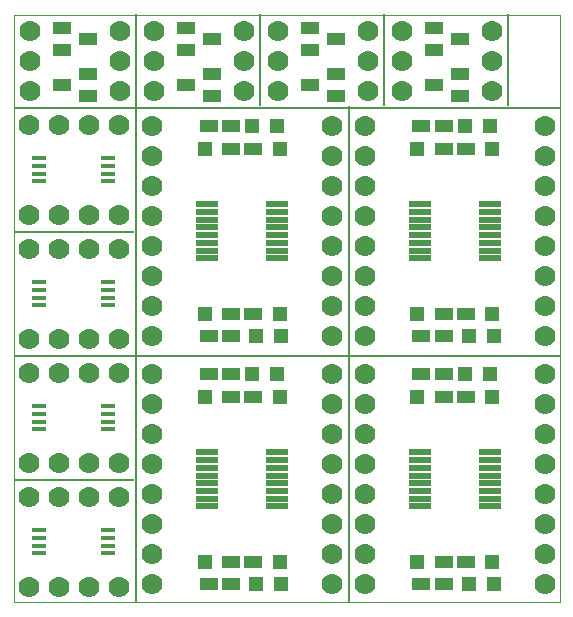
<source format=gbs>
G75*
G70*
%OFA0B0*%
%FSLAX24Y24*%
%IPPOS*%
%LPD*%
%AMOC8*
5,1,8,0,0,1.08239X$1,22.5*
%
%ADD10C,0.0000*%
%ADD11R,0.0098X1.6535*%
%ADD12R,1.8209X0.0098*%
%ADD13R,0.0098X0.3051*%
%ADD14R,0.4035X0.0098*%
%ADD15C,0.0700*%
%ADD16R,0.0591X0.0434*%
%ADD17R,0.0512X0.0178*%
%ADD18R,0.0741X0.0205*%
%ADD19R,0.0631X0.0434*%
%ADD20R,0.0512X0.0512*%
D10*
X000141Y000101D02*
X000141Y019687D01*
X018350Y019687D01*
X018350Y000101D01*
X000141Y000101D01*
D11*
X004226Y008369D03*
X011312Y008369D03*
D12*
X009245Y008319D03*
X009245Y016587D03*
D13*
X008360Y018162D03*
X012493Y018162D03*
X016627Y018162D03*
X004226Y018162D03*
D14*
X002159Y012453D03*
X002159Y004185D03*
D15*
X002641Y004735D03*
X003641Y004735D03*
X003641Y003601D03*
X002641Y003601D03*
X001641Y003601D03*
X000641Y003601D03*
X000641Y004735D03*
X001641Y004735D03*
X001641Y007735D03*
X000641Y007735D03*
X000641Y008869D03*
X001641Y008869D03*
X002641Y008869D03*
X003641Y008869D03*
X003641Y007735D03*
X002641Y007735D03*
X004763Y007699D03*
X004763Y006699D03*
X004763Y005699D03*
X004763Y004699D03*
X004763Y003699D03*
X004763Y002699D03*
X004763Y001699D03*
X004763Y000699D03*
X003641Y000601D03*
X002641Y000601D03*
X001641Y000601D03*
X000641Y000601D03*
X004763Y008967D03*
X004763Y009967D03*
X004763Y010967D03*
X004763Y011967D03*
X004763Y012967D03*
X004763Y013967D03*
X004763Y014967D03*
X004763Y015967D03*
X003641Y016002D03*
X002641Y016002D03*
X001641Y016002D03*
X000641Y016002D03*
X000677Y017136D03*
X000677Y018136D03*
X000677Y019136D03*
X003677Y019136D03*
X003677Y018136D03*
X003677Y017136D03*
X004810Y017136D03*
X004810Y018136D03*
X004810Y019136D03*
X007810Y019136D03*
X007810Y018136D03*
X007810Y017136D03*
X008944Y017136D03*
X008944Y018136D03*
X008944Y019136D03*
X011944Y019136D03*
X011944Y018136D03*
X011944Y017136D03*
X013078Y017136D03*
X013078Y018136D03*
X013078Y019136D03*
X011850Y015967D03*
X011850Y014967D03*
X011850Y013967D03*
X011850Y012967D03*
X011850Y011967D03*
X011850Y010967D03*
X011850Y009967D03*
X011850Y008967D03*
X010763Y008967D03*
X010763Y009967D03*
X010763Y010967D03*
X010763Y011967D03*
X010763Y012967D03*
X010763Y013967D03*
X010763Y014967D03*
X010763Y015967D03*
X016078Y017136D03*
X016078Y018136D03*
X016078Y019136D03*
X017850Y015967D03*
X017850Y014967D03*
X017850Y013967D03*
X017850Y012967D03*
X017850Y011967D03*
X017850Y010967D03*
X017850Y009967D03*
X017850Y008967D03*
X017850Y007699D03*
X017850Y006699D03*
X017850Y005699D03*
X017850Y004699D03*
X017850Y003699D03*
X017850Y002699D03*
X017850Y001699D03*
X017850Y000699D03*
X011850Y000699D03*
X011850Y001699D03*
X011850Y002699D03*
X011850Y003699D03*
X011850Y004699D03*
X011850Y005699D03*
X011850Y006699D03*
X011850Y007699D03*
X010763Y007699D03*
X010763Y006699D03*
X010763Y005699D03*
X010763Y004699D03*
X010763Y003699D03*
X010763Y002699D03*
X010763Y001699D03*
X010763Y000699D03*
X003641Y011869D03*
X002641Y011869D03*
X001641Y011869D03*
X000641Y011869D03*
X000641Y013002D03*
X001641Y013002D03*
X002641Y013002D03*
X003641Y013002D03*
D16*
X002610Y016962D03*
X002610Y017710D03*
X001743Y017336D03*
X001743Y018512D03*
X001743Y019260D03*
X002610Y018886D03*
X005877Y018512D03*
X005877Y019260D03*
X006743Y018886D03*
X006743Y017710D03*
X006743Y016962D03*
X005877Y017336D03*
X010011Y017336D03*
X010877Y016962D03*
X010877Y017710D03*
X010011Y018512D03*
X010011Y019260D03*
X010877Y018886D03*
X014145Y018512D03*
X014145Y019260D03*
X015011Y018886D03*
X015011Y017710D03*
X015011Y016962D03*
X014145Y017336D03*
D17*
X003293Y014906D03*
X003293Y014650D03*
X003293Y014394D03*
X003293Y014139D03*
X000990Y014139D03*
X000990Y014394D03*
X000990Y014650D03*
X000990Y014906D03*
X000990Y010772D03*
X000990Y010516D03*
X000990Y010261D03*
X000990Y010005D03*
X003293Y010005D03*
X003293Y010261D03*
X003293Y010516D03*
X003293Y010772D03*
X003293Y006639D03*
X003293Y006383D03*
X003293Y006127D03*
X003293Y005871D03*
X000990Y005871D03*
X000990Y006127D03*
X000990Y006383D03*
X000990Y006639D03*
X000990Y002505D03*
X000990Y002249D03*
X000990Y001993D03*
X000990Y001737D03*
X003293Y001737D03*
X003293Y001993D03*
X003293Y002249D03*
X003293Y002505D03*
D18*
X006594Y003304D03*
X006594Y003559D03*
X006594Y003815D03*
X006594Y004071D03*
X006594Y004327D03*
X006594Y004583D03*
X006594Y004839D03*
X006594Y005095D03*
X008932Y005095D03*
X008932Y004839D03*
X008932Y004583D03*
X008932Y004327D03*
X008932Y004071D03*
X008932Y003815D03*
X008932Y003559D03*
X008932Y003304D03*
X013680Y003304D03*
X013680Y003559D03*
X013680Y003815D03*
X013680Y004071D03*
X013680Y004327D03*
X013680Y004583D03*
X013680Y004839D03*
X013680Y005095D03*
X016019Y005095D03*
X016019Y004839D03*
X016019Y004583D03*
X016019Y004327D03*
X016019Y004071D03*
X016019Y003815D03*
X016019Y003559D03*
X016019Y003304D03*
X016019Y011571D03*
X016019Y011827D03*
X016019Y012083D03*
X016019Y012339D03*
X016019Y012595D03*
X016019Y012851D03*
X016019Y013107D03*
X016019Y013363D03*
X013680Y013363D03*
X013680Y013107D03*
X013680Y012851D03*
X013680Y012595D03*
X013680Y012339D03*
X013680Y012083D03*
X013680Y011827D03*
X013680Y011571D03*
X008932Y011571D03*
X008932Y011827D03*
X008932Y012083D03*
X008932Y012339D03*
X008932Y012595D03*
X008932Y012851D03*
X008932Y013107D03*
X008932Y013363D03*
X006594Y013363D03*
X006594Y013107D03*
X006594Y012851D03*
X006594Y012595D03*
X006594Y012339D03*
X006594Y012083D03*
X006594Y011827D03*
X006594Y011571D03*
D19*
X007393Y009717D03*
X008133Y009717D03*
X007383Y008967D03*
X006643Y008967D03*
X006643Y007699D03*
X007383Y007699D03*
X007393Y006949D03*
X008133Y006949D03*
X008133Y001449D03*
X007393Y001449D03*
X007383Y000699D03*
X006643Y000699D03*
X013730Y000699D03*
X014470Y000699D03*
X014480Y001449D03*
X015220Y001449D03*
X015220Y006949D03*
X014480Y006949D03*
X014470Y007699D03*
X013730Y007699D03*
X013730Y008967D03*
X014470Y008967D03*
X014480Y009717D03*
X015220Y009717D03*
X015220Y015217D03*
X014480Y015217D03*
X014470Y015967D03*
X013730Y015967D03*
X008133Y015217D03*
X007393Y015217D03*
X007383Y015967D03*
X006643Y015967D03*
D20*
X006513Y015217D03*
X008100Y015967D03*
X008927Y015967D03*
X009013Y015217D03*
X013600Y015217D03*
X015186Y015967D03*
X016013Y015967D03*
X016100Y015217D03*
X016100Y009717D03*
X016138Y008967D03*
X015311Y008967D03*
X015186Y007699D03*
X016013Y007699D03*
X016100Y006949D03*
X013600Y006949D03*
X013600Y009717D03*
X009052Y008967D03*
X009013Y009717D03*
X008225Y008967D03*
X008100Y007699D03*
X008927Y007699D03*
X009013Y006949D03*
X006513Y006949D03*
X006513Y009717D03*
X006513Y001449D03*
X008225Y000699D03*
X009013Y001449D03*
X009052Y000699D03*
X013600Y001449D03*
X015311Y000699D03*
X016138Y000699D03*
X016100Y001449D03*
M02*

</source>
